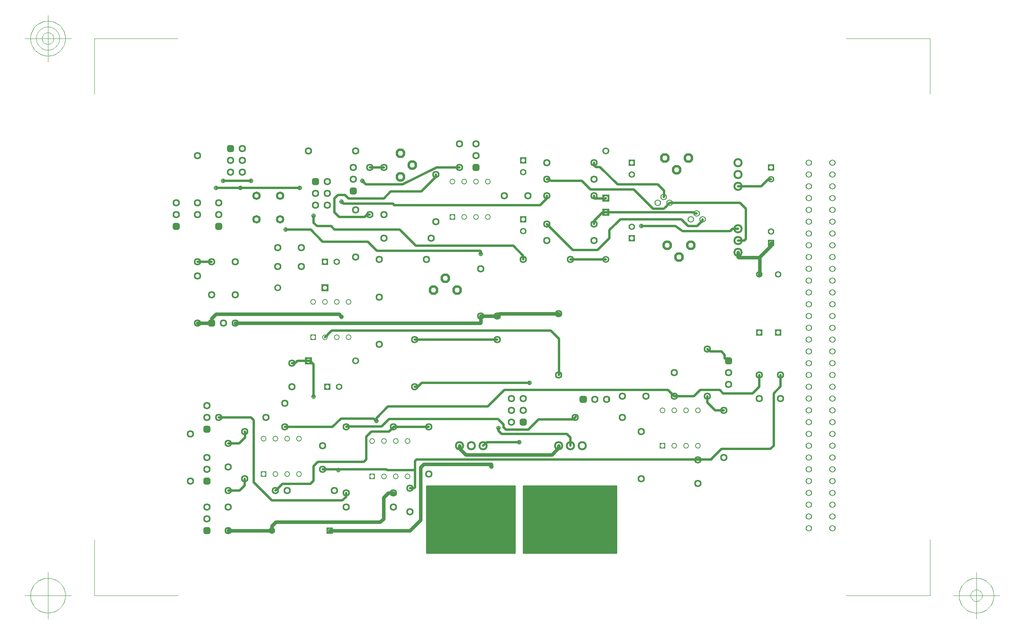
<source format=gbr>
G04 Generated by Ultiboard 10.0 *
%FSLAX25Y25*%
%MOIN*%

%ADD10C,0.02000*%
%ADD11C,0.03000*%
%ADD12C,0.01394*%
%ADD13C,0.01000*%
%ADD14C,0.00394*%
%ADD15C,0.03937X0.02362*%
%ADD16C,0.06334X0.03500*%
%ADD17C,0.05500X0.04000*%
%ADD18C,0.08334X0.04333*%
%ADD19R,0.04900X0.04900X0.03500*%
%ADD20C,0.04900X0.03500*%
%ADD21C,0.05512X0.03150*%
%ADD22R,0.05512X0.05512X0.03150*%
%ADD23C,0.05906X0.03543*%
%ADD24R,0.05906X0.05906X0.03543*%
%ADD25R,0.02083X0.02083X0.03917*%
%ADD26C,0.03917*%
%ADD27C,0.07166X0.03500*%
%ADD28C,0.07834X0.04667*%
%ADD29C,0.05337X0.03937*%


G04 ColorRGB 00FF00 for the following layer *
%LNCopper Top*%
%LPD*%
%FSLAX25Y25*%
%MOIN*%
G54D10*
X502000Y148667D02*
X502000Y154000D01*
X508667Y142000D02*
X502000Y148667D01*
X512430Y159449D02*
X496063Y159449D01*
X504071Y191929D02*
X502000Y194000D01*
X513780Y191929D02*
X504071Y191929D01*
X504874Y100346D02*
X494346Y100346D01*
X513780Y109252D02*
X504874Y100346D01*
X529446Y317995D02*
X470005Y317995D01*
X521288Y293926D02*
X480834Y293926D01*
X505600Y100400D02*
X255609Y100400D01*
X369094Y209646D02*
X183521Y209646D01*
X360236Y315945D02*
X237697Y315945D01*
X259648Y327561D02*
X233526Y327561D01*
X264419Y277412D02*
X221836Y277412D01*
X253126Y283465D02*
X241315Y295276D01*
X255024Y281662D02*
X253222Y283465D01*
X265921Y127921D02*
X236079Y127921D01*
X254126Y91535D02*
X230504Y91535D01*
X250000Y76000D02*
X253354Y76000D01*
X253354Y76000D02*
X254126Y76772D01*
X315813Y145227D02*
X231339Y145227D01*
X272643Y348175D02*
X243720Y333714D01*
X324706Y134624D02*
X232254Y134624D01*
X132819Y65563D02*
X117502Y80880D01*
X117502Y80880D02*
X117502Y133671D01*
X110341Y123659D02*
X110000Y124000D01*
X100402Y74000D02*
X96000Y74000D01*
X99425Y114000D02*
X96000Y114000D01*
X110000Y78283D02*
X105685Y73969D01*
X110000Y84000D02*
X110000Y78283D01*
X105685Y73969D02*
X100433Y73969D01*
X110341Y119010D02*
X105338Y114007D01*
X110341Y123659D02*
X110341Y119010D01*
X105338Y114007D02*
X99433Y114007D01*
X115149Y136024D02*
X88024Y136024D01*
X117502Y133671D02*
X115149Y136024D01*
X236000Y128000D02*
X236000Y127806D01*
X236079Y127921D02*
X236000Y128000D01*
X217314Y124113D02*
X212787Y119587D01*
X232307Y124113D02*
X217314Y124113D01*
X232307Y124113D02*
X236000Y127806D01*
X192721Y65563D02*
X132819Y65563D01*
X210835Y98441D02*
X172042Y98441D01*
X230058Y91981D02*
X176019Y91981D01*
X189065Y91635D02*
X189165Y91535D01*
X189065Y91988D02*
X189065Y91635D01*
X165543Y79724D02*
X141921Y79724D01*
X141921Y79724D02*
X138969Y76772D01*
X138772Y76772D02*
X136000Y74000D01*
X138969Y76772D02*
X138772Y76772D01*
X168249Y94648D02*
X172042Y98441D01*
X168249Y94648D02*
X168249Y82430D01*
X168249Y82430D02*
X165543Y79724D01*
X196000Y68843D02*
X192721Y65563D01*
X196000Y72000D02*
X196000Y68843D01*
X212787Y119587D02*
X212787Y100394D01*
X212787Y100394D02*
X210835Y98441D01*
X230504Y91535D02*
X230058Y91981D01*
X191415Y135124D02*
X184313Y128021D01*
X165352Y184121D02*
X154593Y184121D01*
X184313Y128021D02*
X148880Y128021D01*
X148858Y128000D02*
X144000Y128000D01*
X154593Y184121D02*
X152472Y182000D01*
X152472Y182000D02*
X150000Y182000D01*
X168307Y153543D02*
X168307Y181165D01*
X168307Y181165D02*
X165352Y184121D01*
X183521Y209646D02*
X180118Y206243D01*
X180118Y206243D02*
X180118Y206118D01*
X180118Y206118D02*
X178000Y204000D01*
X221646Y135534D02*
X231339Y145227D01*
X221646Y135534D02*
X221646Y133167D01*
X219153Y135124D02*
X221353Y132924D01*
X221646Y133167D02*
X221353Y132874D01*
X219153Y135124D02*
X191415Y135124D01*
X226048Y128419D02*
X196419Y128419D01*
X196419Y128419D02*
X196000Y128000D01*
X232254Y134624D02*
X226048Y128419D01*
X156496Y330709D02*
X106299Y330709D01*
X81948Y267948D02*
X70052Y267948D01*
X70052Y267948D02*
X70000Y268000D01*
X82000Y268000D02*
X81948Y267948D01*
X106299Y330709D02*
X85630Y330709D01*
X115157Y336614D02*
X91535Y336614D01*
X189926Y306137D02*
X211648Y306137D01*
X186024Y310039D02*
X189926Y306137D01*
X188950Y324750D02*
X186024Y321824D01*
X194882Y324803D02*
X188976Y324803D01*
X214075Y285173D02*
X176018Y285173D01*
X241315Y295276D02*
X186024Y295276D01*
X186024Y321824D02*
X186024Y310039D01*
X165915Y295276D02*
X144685Y295276D01*
X176018Y285173D02*
X165915Y295276D01*
X171260Y298228D02*
X168307Y301181D01*
X183071Y298228D02*
X171260Y298228D01*
X168307Y301181D02*
X168307Y307087D01*
X186024Y295276D02*
X183071Y298228D01*
X237697Y315945D02*
X236220Y315945D01*
X235635Y317298D02*
X236220Y316712D01*
X236220Y315945D02*
X236220Y316712D01*
X214075Y285173D02*
X221836Y277412D01*
X211648Y306137D02*
X213512Y308000D01*
X213512Y308000D02*
X216000Y308000D01*
X227972Y347972D02*
X216028Y347972D01*
X235635Y317298D02*
X193529Y317298D01*
X227815Y321850D02*
X197835Y321850D01*
X243720Y333714D02*
X212546Y333714D01*
X193529Y317298D02*
X191929Y318898D01*
X197835Y321850D02*
X194882Y324803D01*
X212546Y333714D02*
X209646Y336614D01*
X233526Y327561D02*
X227815Y321850D01*
X382956Y121966D02*
X327532Y121966D01*
X376147Y202593D02*
X369094Y209646D01*
X376147Y172147D02*
X376000Y172000D01*
X376147Y172147D02*
X376147Y202593D01*
X468488Y159449D02*
X330035Y159449D01*
X388400Y134396D02*
X358806Y134396D01*
X327532Y121966D02*
X324803Y124695D01*
X324803Y124695D02*
X324803Y126969D01*
X265921Y127921D02*
X266000Y128000D01*
X331085Y125769D02*
X329159Y127695D01*
X350178Y125769D02*
X331085Y125769D01*
X329159Y127695D02*
X329159Y130171D01*
X358806Y134396D02*
X350178Y125769D01*
X342520Y115157D02*
X315157Y115157D01*
X315157Y115157D02*
X312000Y112000D01*
X254126Y98917D02*
X254126Y91535D01*
X254126Y76772D02*
X254126Y91535D01*
X255609Y100400D02*
X254126Y98917D01*
X351331Y165402D02*
X259890Y165402D01*
X315813Y145227D02*
X330035Y159449D01*
X324000Y202193D02*
X254000Y202193D01*
X259890Y165402D02*
X256488Y162000D01*
X256488Y162000D02*
X254000Y162000D01*
X254000Y202193D02*
X254000Y202000D01*
X329159Y130171D02*
X324706Y134624D01*
X351331Y165402D02*
X351378Y165354D01*
X324000Y202000D02*
X324000Y202193D01*
X386008Y112008D02*
X386008Y118913D01*
X386008Y118913D02*
X382956Y121966D01*
X493600Y100400D02*
X494000Y100000D01*
X494346Y100346D02*
X494000Y100000D01*
X390204Y135996D02*
X390000Y135996D01*
X390400Y136796D02*
X390400Y136396D01*
X388400Y134396D02*
X390400Y136396D01*
X418641Y151241D02*
X418590Y151292D01*
X474046Y154046D02*
X474000Y154000D01*
X490660Y154046D02*
X474046Y154046D01*
X473937Y154000D02*
X474000Y154000D01*
X473937Y154000D02*
X468488Y159449D01*
X496063Y159449D02*
X490660Y154046D01*
X395669Y336614D02*
X369094Y336614D01*
X366000Y300000D02*
X388000Y278000D01*
X337470Y281662D02*
X255024Y281662D01*
X309654Y277359D02*
X264472Y277359D01*
X309654Y277359D02*
X310039Y276973D01*
X310039Y274606D02*
X310039Y276973D01*
X289620Y348175D02*
X272643Y348175D01*
X272001Y339914D02*
X259648Y327561D01*
X272001Y341999D02*
X272001Y339914D01*
X292000Y348000D02*
X289795Y348000D01*
X289620Y348175D02*
X289770Y348025D01*
X365939Y321648D02*
X360236Y315945D01*
X346000Y270000D02*
X346000Y273131D01*
X346000Y273131D02*
X337470Y281662D01*
X366000Y324000D02*
X365939Y323939D01*
X365939Y323939D02*
X365939Y321648D01*
X367709Y338000D02*
X366000Y338000D01*
X369094Y336614D02*
X367709Y338000D01*
X483499Y309987D02*
X416013Y309987D01*
X479823Y304134D02*
X428150Y304134D01*
X439589Y329459D02*
X456055Y312992D01*
X439589Y329459D02*
X402825Y329459D01*
X459939Y333661D02*
X425739Y333661D01*
X415999Y270001D02*
X386001Y270001D01*
X413330Y309984D02*
X406000Y302654D01*
X388000Y278000D02*
X409000Y278000D01*
X409000Y278000D02*
X419000Y288000D01*
X406000Y302654D02*
X406000Y300000D01*
X425197Y301181D02*
X425197Y301128D01*
X425197Y301128D02*
X419344Y295276D01*
X428150Y304134D02*
X425197Y301181D01*
X419000Y288000D02*
X419000Y294966D01*
X415984Y309984D02*
X413330Y309984D01*
X407480Y348425D02*
X406000Y349906D01*
X416000Y321850D02*
X406323Y321850D01*
X425739Y333661D02*
X410975Y348425D01*
X410975Y348425D02*
X407480Y348425D01*
X402825Y329459D02*
X395669Y336614D01*
X406030Y322143D02*
X406030Y323420D01*
X406030Y322143D02*
X406323Y321850D01*
X406000Y323450D02*
X406000Y324000D01*
X406000Y349906D02*
X406000Y352000D01*
X416000Y322000D02*
X416000Y321850D01*
X470000Y318000D02*
X466535Y314535D01*
X466535Y314469D02*
X465059Y312992D01*
X465059Y312992D02*
X456055Y312992D01*
X475027Y298281D02*
X445866Y298281D01*
X445866Y298281D02*
X445866Y298228D01*
X491197Y309000D02*
X490157Y310039D01*
X493110Y298228D02*
X485728Y298228D01*
X490157Y310039D02*
X485728Y310039D01*
X485728Y298228D02*
X479823Y304134D01*
X480834Y293926D02*
X475027Y298281D01*
X483605Y310039D02*
X483499Y309987D01*
X485728Y310039D02*
X483605Y310039D01*
X497813Y302931D02*
X493110Y298228D01*
X498000Y304000D02*
X497813Y303813D01*
X497813Y303813D02*
X497813Y302931D01*
X493000Y309000D02*
X491197Y309000D01*
X465083Y328517D02*
X459939Y333661D01*
X465083Y323083D02*
X465083Y328517D01*
X465083Y323083D02*
X465000Y323000D01*
X558071Y156496D02*
X558071Y112205D01*
X555118Y109252D02*
X513780Y109252D01*
X558071Y112205D02*
X555118Y109252D01*
X516732Y188976D02*
X513780Y191929D01*
X516732Y186024D02*
X516732Y188976D01*
X540354Y156496D02*
X515382Y156496D01*
X515382Y156496D02*
X512430Y159449D01*
X508667Y142000D02*
X516000Y142000D01*
X517976Y186024D02*
X516732Y186024D01*
X520000Y184000D02*
X517976Y186024D01*
X545810Y161952D02*
X540354Y156496D01*
X563976Y162402D02*
X558071Y156496D01*
X545810Y171810D02*
X546000Y172000D01*
X545810Y171810D02*
X545810Y161952D01*
X564060Y172060D02*
X564000Y172000D01*
X563976Y172000D02*
X563976Y162402D01*
X564000Y172000D02*
X563976Y172000D01*
X534449Y312992D02*
X529446Y317995D01*
X534449Y287349D02*
X534449Y312992D01*
X533100Y286000D02*
X534449Y287349D01*
X523362Y296000D02*
X521288Y293926D01*
X533100Y286000D02*
X528000Y286000D01*
X528000Y296000D02*
X523362Y296000D01*
X547613Y332061D02*
X529896Y332061D01*
X529896Y332061D02*
X529835Y332000D01*
X529835Y332000D02*
X528000Y332000D01*
X553709Y338157D02*
X547613Y332061D01*
X556000Y338157D02*
X553709Y338157D01*
G54D11*
X309592Y215900D02*
X102100Y215900D01*
X249826Y39991D02*
X182009Y39991D01*
X258929Y49094D02*
X249826Y39991D01*
X189779Y223607D02*
X85557Y223607D01*
X132737Y40050D02*
X96050Y40050D01*
X85557Y223607D02*
X82000Y220050D01*
X82000Y220050D02*
X82000Y216000D01*
X81948Y215948D02*
X70000Y215948D01*
X70000Y215948D02*
X70000Y216000D01*
X82000Y216000D02*
X81948Y215948D01*
X102100Y215900D02*
X102000Y216000D01*
X224696Y47341D02*
X136113Y47341D01*
X136113Y47341D02*
X132787Y44016D01*
X132787Y44016D02*
X132787Y40000D01*
X227551Y67913D02*
X227551Y50197D01*
X227551Y50197D02*
X224696Y47341D01*
X235934Y72066D02*
X231704Y72066D01*
X235934Y72066D02*
X236000Y72000D01*
X231704Y72066D02*
X227551Y67913D01*
X189779Y223607D02*
X191929Y221457D01*
X376000Y224000D02*
X372457Y224000D01*
X376047Y111953D02*
X376000Y112000D01*
X376047Y111953D02*
X376047Y110299D01*
X376047Y110299D02*
X370094Y104346D01*
X318898Y96241D02*
X261472Y96241D01*
X370094Y104346D02*
X297228Y104346D01*
X258929Y93698D02*
X258929Y49094D01*
X261472Y96241D02*
X258929Y93698D01*
X297228Y104346D02*
X292026Y109549D01*
X292026Y109549D02*
X292026Y111974D01*
X318605Y96241D02*
X318898Y95948D01*
X318898Y94488D02*
X318898Y95948D01*
X318605Y96241D02*
X318898Y96241D01*
X323900Y222100D02*
X310100Y222100D01*
X310100Y222100D02*
X310000Y222000D01*
X310000Y222000D02*
X310000Y216308D01*
X309592Y215900D02*
X310000Y216308D01*
X372447Y224009D02*
X326009Y224009D01*
X323743Y222257D02*
X324000Y222000D01*
X326009Y224009D02*
X324000Y222000D01*
X543307Y271654D02*
X528543Y271654D01*
X528000Y272197D02*
X528000Y276000D01*
X528543Y271654D02*
X528000Y272197D01*
X556000Y281850D02*
X556000Y284000D01*
X556000Y281850D02*
X545804Y271654D01*
X546107Y257320D02*
X546107Y271654D01*
X546107Y257320D02*
X546000Y257213D01*
X545804Y271654D02*
X543307Y271654D01*
G54D12*
X96050Y40050D02*
X96000Y40000D01*
X132737Y40050D02*
X132787Y40000D01*
G54D13*
X385500Y78000D02*
X385500Y49500D01*
X385500Y49500D02*
X346000Y49500D01*
X346000Y49500D02*
X346000Y78000D01*
X346000Y78000D02*
X385500Y78000D01*
G36*
X385500Y78000D02*
X385500Y49500D01*
X346000Y49500D01*
X346000Y78000D01*
X385500Y78000D01*
G37*
X385500Y78000D02*
X385500Y49500D01*
X385500Y49500D02*
X346000Y49500D01*
X346000Y49500D02*
X346000Y78000D01*
X346000Y78000D02*
X385500Y78000D01*
X385500Y49500D02*
X385500Y21000D01*
X385500Y21000D02*
X346000Y21000D01*
X346000Y21000D02*
X346000Y49500D01*
X346000Y49500D02*
X385500Y49500D01*
G36*
X385500Y49500D02*
X385500Y21000D01*
X346000Y21000D01*
X346000Y49500D01*
X385500Y49500D01*
G37*
X385500Y49500D02*
X385500Y21000D01*
X385500Y21000D02*
X346000Y21000D01*
X346000Y21000D02*
X346000Y49500D01*
X346000Y49500D02*
X385500Y49500D01*
X385500Y49500D02*
X385500Y78000D01*
X385500Y78000D02*
X425000Y78000D01*
X425000Y78000D02*
X425000Y49500D01*
X425000Y49500D02*
X385500Y49500D01*
G36*
X385500Y49500D02*
X385500Y78000D01*
X425000Y78000D01*
X425000Y49500D01*
X385500Y49500D01*
G37*
X385500Y49500D02*
X385500Y78000D01*
X385500Y78000D02*
X425000Y78000D01*
X425000Y78000D02*
X425000Y49500D01*
X425000Y49500D02*
X385500Y49500D01*
X385500Y21000D02*
X385500Y49500D01*
X385500Y49500D02*
X425000Y49500D01*
X425000Y49500D02*
X425000Y21000D01*
X425000Y21000D02*
X385500Y21000D01*
G36*
X385500Y21000D02*
X385500Y49500D01*
X425000Y49500D01*
X425000Y21000D01*
X385500Y21000D01*
G37*
X385500Y21000D02*
X385500Y49500D01*
X385500Y49500D02*
X425000Y49500D01*
X425000Y49500D02*
X425000Y21000D01*
X425000Y21000D02*
X385500Y21000D01*
X301500Y49500D02*
X301500Y78000D01*
X301500Y78000D02*
X339000Y78000D01*
X339000Y78000D02*
X339000Y49500D01*
X339000Y49500D02*
X301500Y49500D01*
G36*
X301500Y49500D02*
X301500Y78000D01*
X339000Y78000D01*
X339000Y49500D01*
X301500Y49500D01*
G37*
X301500Y49500D02*
X301500Y78000D01*
X301500Y78000D02*
X339000Y78000D01*
X339000Y78000D02*
X339000Y49500D01*
X339000Y49500D02*
X301500Y49500D01*
X301500Y21000D02*
X301500Y49500D01*
X301500Y49500D02*
X339000Y49500D01*
X339000Y49500D02*
X339000Y21000D01*
X339000Y21000D02*
X301500Y21000D01*
G36*
X301500Y21000D02*
X301500Y49500D01*
X339000Y49500D01*
X339000Y21000D01*
X301500Y21000D01*
G37*
X301500Y21000D02*
X301500Y49500D01*
X301500Y49500D02*
X339000Y49500D01*
X339000Y49500D02*
X339000Y21000D01*
X339000Y21000D02*
X301500Y21000D01*
X301500Y78000D02*
X301500Y49500D01*
X301500Y49500D02*
X264000Y49500D01*
X264000Y49500D02*
X264000Y78000D01*
X264000Y78000D02*
X301500Y78000D01*
G36*
X301500Y78000D02*
X301500Y49500D01*
X264000Y49500D01*
X264000Y78000D01*
X301500Y78000D01*
G37*
X301500Y78000D02*
X301500Y49500D01*
X301500Y49500D02*
X264000Y49500D01*
X264000Y49500D02*
X264000Y78000D01*
X264000Y78000D02*
X301500Y78000D01*
X301500Y49500D02*
X301500Y21000D01*
X301500Y21000D02*
X264000Y21000D01*
X264000Y21000D02*
X264000Y49500D01*
X264000Y49500D02*
X301500Y49500D01*
G36*
X301500Y49500D02*
X301500Y21000D01*
X264000Y21000D01*
X264000Y49500D01*
X301500Y49500D01*
G37*
X301500Y49500D02*
X301500Y21000D01*
X301500Y21000D02*
X264000Y21000D01*
X264000Y21000D02*
X264000Y49500D01*
X264000Y49500D02*
X301500Y49500D01*
G54D14*
X-17512Y-14937D02*
X-17512Y32308D01*
X-17512Y-14937D02*
X53291Y-14937D01*
X690512Y-14937D02*
X619709Y-14937D01*
X690512Y-14937D02*
X690512Y32308D01*
X690512Y457512D02*
X690512Y410267D01*
X690512Y457512D02*
X619709Y457512D01*
X-17512Y457512D02*
X53291Y457512D01*
X-17512Y457512D02*
X-17512Y410267D01*
X-37197Y-14937D02*
X-76567Y-14937D01*
X-56882Y-34622D02*
X-56882Y4748D01*
X-42118Y-14937D02*
X-42189Y-13490D01*
X-42189Y-13490D02*
X-42402Y-12057D01*
X-42402Y-12057D02*
X-42754Y-10651D01*
X-42754Y-10651D02*
X-43242Y-9287D01*
X-43242Y-9287D02*
X-43861Y-7977D01*
X-43861Y-7977D02*
X-44606Y-6735D01*
X-44606Y-6735D02*
X-45469Y-5571D01*
X-45469Y-5571D02*
X-46442Y-4497D01*
X-46442Y-4497D02*
X-47516Y-3524D01*
X-47516Y-3524D02*
X-48680Y-2661D01*
X-48680Y-2661D02*
X-49922Y-1917D01*
X-49922Y-1917D02*
X-51232Y-1297D01*
X-51232Y-1297D02*
X-52596Y-809D01*
X-52596Y-809D02*
X-54002Y-457D01*
X-54002Y-457D02*
X-55435Y-244D01*
X-55435Y-244D02*
X-56882Y-173D01*
X-56882Y-173D02*
X-58329Y-244D01*
X-58329Y-244D02*
X-59762Y-457D01*
X-59762Y-457D02*
X-61168Y-809D01*
X-61168Y-809D02*
X-62532Y-1297D01*
X-62532Y-1297D02*
X-63841Y-1917D01*
X-63841Y-1917D02*
X-65084Y-2661D01*
X-65084Y-2661D02*
X-66248Y-3524D01*
X-66248Y-3524D02*
X-67321Y-4497D01*
X-67321Y-4497D02*
X-68294Y-5571D01*
X-68294Y-5571D02*
X-69158Y-6735D01*
X-69158Y-6735D02*
X-69902Y-7977D01*
X-69902Y-7977D02*
X-70522Y-9287D01*
X-70522Y-9287D02*
X-71010Y-10651D01*
X-71010Y-10651D02*
X-71362Y-12057D01*
X-71362Y-12057D02*
X-71575Y-13490D01*
X-71575Y-13490D02*
X-71646Y-14937D01*
X-71646Y-14937D02*
X-71575Y-16384D01*
X-71575Y-16384D02*
X-71362Y-17817D01*
X-71362Y-17817D02*
X-71010Y-19223D01*
X-71010Y-19223D02*
X-70522Y-20587D01*
X-70522Y-20587D02*
X-69902Y-21897D01*
X-69902Y-21897D02*
X-69158Y-23139D01*
X-69158Y-23139D02*
X-68294Y-24303D01*
X-68294Y-24303D02*
X-67321Y-25377D01*
X-67321Y-25377D02*
X-66248Y-26350D01*
X-66248Y-26350D02*
X-65084Y-27213D01*
X-65084Y-27213D02*
X-63841Y-27957D01*
X-63841Y-27957D02*
X-62532Y-28577D01*
X-62532Y-28577D02*
X-61168Y-29065D01*
X-61168Y-29065D02*
X-59762Y-29417D01*
X-59762Y-29417D02*
X-58329Y-29630D01*
X-58329Y-29630D02*
X-56882Y-29701D01*
X-56882Y-29701D02*
X-55435Y-29630D01*
X-55435Y-29630D02*
X-54002Y-29417D01*
X-54002Y-29417D02*
X-52596Y-29065D01*
X-52596Y-29065D02*
X-51232Y-28577D01*
X-51232Y-28577D02*
X-49922Y-27957D01*
X-49922Y-27957D02*
X-48680Y-27213D01*
X-48680Y-27213D02*
X-47516Y-26350D01*
X-47516Y-26350D02*
X-46442Y-25377D01*
X-46442Y-25377D02*
X-45469Y-24303D01*
X-45469Y-24303D02*
X-44606Y-23139D01*
X-44606Y-23139D02*
X-43861Y-21897D01*
X-43861Y-21897D02*
X-43242Y-20587D01*
X-43242Y-20587D02*
X-42754Y-19223D01*
X-42754Y-19223D02*
X-42402Y-17817D01*
X-42402Y-17817D02*
X-42189Y-16384D01*
X-42189Y-16384D02*
X-42118Y-14937D01*
X710197Y-14937D02*
X749567Y-14937D01*
X729882Y-34622D02*
X729882Y4748D01*
X744646Y-14937D02*
X744575Y-13490D01*
X744575Y-13490D02*
X744362Y-12057D01*
X744362Y-12057D02*
X744010Y-10651D01*
X744010Y-10651D02*
X743522Y-9287D01*
X743522Y-9287D02*
X742902Y-7977D01*
X742902Y-7977D02*
X742158Y-6735D01*
X742158Y-6735D02*
X741294Y-5571D01*
X741294Y-5571D02*
X740321Y-4497D01*
X740321Y-4497D02*
X739248Y-3524D01*
X739248Y-3524D02*
X738084Y-2661D01*
X738084Y-2661D02*
X736841Y-1917D01*
X736841Y-1917D02*
X735532Y-1297D01*
X735532Y-1297D02*
X734168Y-809D01*
X734168Y-809D02*
X732762Y-457D01*
X732762Y-457D02*
X731329Y-244D01*
X731329Y-244D02*
X729882Y-173D01*
X729882Y-173D02*
X728435Y-244D01*
X728435Y-244D02*
X727002Y-457D01*
X727002Y-457D02*
X725596Y-809D01*
X725596Y-809D02*
X724232Y-1297D01*
X724232Y-1297D02*
X722922Y-1917D01*
X722922Y-1917D02*
X721680Y-2661D01*
X721680Y-2661D02*
X720516Y-3524D01*
X720516Y-3524D02*
X719442Y-4497D01*
X719442Y-4497D02*
X718469Y-5571D01*
X718469Y-5571D02*
X717606Y-6735D01*
X717606Y-6735D02*
X716861Y-7977D01*
X716861Y-7977D02*
X716242Y-9287D01*
X716242Y-9287D02*
X715754Y-10651D01*
X715754Y-10651D02*
X715402Y-12057D01*
X715402Y-12057D02*
X715189Y-13490D01*
X715189Y-13490D02*
X715118Y-14937D01*
X715118Y-14937D02*
X715189Y-16384D01*
X715189Y-16384D02*
X715402Y-17817D01*
X715402Y-17817D02*
X715754Y-19223D01*
X715754Y-19223D02*
X716242Y-20587D01*
X716242Y-20587D02*
X716861Y-21897D01*
X716861Y-21897D02*
X717606Y-23139D01*
X717606Y-23139D02*
X718469Y-24303D01*
X718469Y-24303D02*
X719442Y-25377D01*
X719442Y-25377D02*
X720516Y-26350D01*
X720516Y-26350D02*
X721680Y-27213D01*
X721680Y-27213D02*
X722922Y-27957D01*
X722922Y-27957D02*
X724232Y-28577D01*
X724232Y-28577D02*
X725596Y-29065D01*
X725596Y-29065D02*
X727002Y-29417D01*
X727002Y-29417D02*
X728435Y-29630D01*
X728435Y-29630D02*
X729882Y-29701D01*
X729882Y-29701D02*
X731329Y-29630D01*
X731329Y-29630D02*
X732762Y-29417D01*
X732762Y-29417D02*
X734168Y-29065D01*
X734168Y-29065D02*
X735532Y-28577D01*
X735532Y-28577D02*
X736841Y-27957D01*
X736841Y-27957D02*
X738084Y-27213D01*
X738084Y-27213D02*
X739248Y-26350D01*
X739248Y-26350D02*
X740321Y-25377D01*
X740321Y-25377D02*
X741294Y-24303D01*
X741294Y-24303D02*
X742158Y-23139D01*
X742158Y-23139D02*
X742902Y-21897D01*
X742902Y-21897D02*
X743522Y-20587D01*
X743522Y-20587D02*
X744010Y-19223D01*
X744010Y-19223D02*
X744362Y-17817D01*
X744362Y-17817D02*
X744575Y-16384D01*
X744575Y-16384D02*
X744646Y-14937D01*
X734803Y-14937D02*
X734779Y-14455D01*
X734779Y-14455D02*
X734709Y-13977D01*
X734709Y-13977D02*
X734591Y-13508D01*
X734591Y-13508D02*
X734429Y-13054D01*
X734429Y-13054D02*
X734222Y-12617D01*
X734222Y-12617D02*
X733974Y-12203D01*
X733974Y-12203D02*
X733686Y-11815D01*
X733686Y-11815D02*
X733362Y-11457D01*
X733362Y-11457D02*
X733004Y-11133D01*
X733004Y-11133D02*
X732616Y-10845D01*
X732616Y-10845D02*
X732202Y-10597D01*
X732202Y-10597D02*
X731765Y-10390D01*
X731765Y-10390D02*
X731310Y-10228D01*
X731310Y-10228D02*
X730842Y-10110D01*
X730842Y-10110D02*
X730364Y-10039D01*
X730364Y-10039D02*
X729882Y-10016D01*
X729882Y-10016D02*
X729400Y-10039D01*
X729400Y-10039D02*
X728922Y-10110D01*
X728922Y-10110D02*
X728453Y-10228D01*
X728453Y-10228D02*
X727999Y-10390D01*
X727999Y-10390D02*
X727562Y-10597D01*
X727562Y-10597D02*
X727148Y-10845D01*
X727148Y-10845D02*
X726760Y-11133D01*
X726760Y-11133D02*
X726402Y-11457D01*
X726402Y-11457D02*
X726078Y-11815D01*
X726078Y-11815D02*
X725790Y-12203D01*
X725790Y-12203D02*
X725542Y-12617D01*
X725542Y-12617D02*
X725335Y-13054D01*
X725335Y-13054D02*
X725173Y-13508D01*
X725173Y-13508D02*
X725055Y-13977D01*
X725055Y-13977D02*
X724984Y-14455D01*
X724984Y-14455D02*
X724961Y-14937D01*
X724961Y-14937D02*
X724984Y-15419D01*
X724984Y-15419D02*
X725055Y-15897D01*
X725055Y-15897D02*
X725173Y-16366D01*
X725173Y-16366D02*
X725335Y-16820D01*
X725335Y-16820D02*
X725542Y-17257D01*
X725542Y-17257D02*
X725790Y-17671D01*
X725790Y-17671D02*
X726078Y-18059D01*
X726078Y-18059D02*
X726402Y-18417D01*
X726402Y-18417D02*
X726760Y-18741D01*
X726760Y-18741D02*
X727148Y-19029D01*
X727148Y-19029D02*
X727562Y-19277D01*
X727562Y-19277D02*
X727999Y-19484D01*
X727999Y-19484D02*
X728453Y-19646D01*
X728453Y-19646D02*
X728922Y-19764D01*
X728922Y-19764D02*
X729400Y-19835D01*
X729400Y-19835D02*
X729882Y-19858D01*
X729882Y-19858D02*
X730364Y-19835D01*
X730364Y-19835D02*
X730842Y-19764D01*
X730842Y-19764D02*
X731310Y-19646D01*
X731310Y-19646D02*
X731765Y-19484D01*
X731765Y-19484D02*
X732202Y-19277D01*
X732202Y-19277D02*
X732616Y-19029D01*
X732616Y-19029D02*
X733004Y-18741D01*
X733004Y-18741D02*
X733362Y-18417D01*
X733362Y-18417D02*
X733686Y-18059D01*
X733686Y-18059D02*
X733974Y-17671D01*
X733974Y-17671D02*
X734222Y-17257D01*
X734222Y-17257D02*
X734429Y-16820D01*
X734429Y-16820D02*
X734591Y-16366D01*
X734591Y-16366D02*
X734709Y-15897D01*
X734709Y-15897D02*
X734779Y-15419D01*
X734779Y-15419D02*
X734803Y-14937D01*
X-37197Y457512D02*
X-76567Y457512D01*
X-56882Y437827D02*
X-56882Y477197D01*
X-42118Y457512D02*
X-42189Y458959D01*
X-42189Y458959D02*
X-42402Y460392D01*
X-42402Y460392D02*
X-42754Y461798D01*
X-42754Y461798D02*
X-43242Y463162D01*
X-43242Y463162D02*
X-43861Y464471D01*
X-43861Y464471D02*
X-44606Y465714D01*
X-44606Y465714D02*
X-45469Y466878D01*
X-45469Y466878D02*
X-46442Y467951D01*
X-46442Y467951D02*
X-47516Y468924D01*
X-47516Y468924D02*
X-48680Y469787D01*
X-48680Y469787D02*
X-49922Y470532D01*
X-49922Y470532D02*
X-51232Y471152D01*
X-51232Y471152D02*
X-52596Y471640D01*
X-52596Y471640D02*
X-54002Y471992D01*
X-54002Y471992D02*
X-55435Y472205D01*
X-55435Y472205D02*
X-56882Y472276D01*
X-56882Y472276D02*
X-58329Y472205D01*
X-58329Y472205D02*
X-59762Y471992D01*
X-59762Y471992D02*
X-61168Y471640D01*
X-61168Y471640D02*
X-62532Y471152D01*
X-62532Y471152D02*
X-63841Y470532D01*
X-63841Y470532D02*
X-65084Y469787D01*
X-65084Y469787D02*
X-66248Y468924D01*
X-66248Y468924D02*
X-67321Y467951D01*
X-67321Y467951D02*
X-68294Y466878D01*
X-68294Y466878D02*
X-69158Y465714D01*
X-69158Y465714D02*
X-69902Y464471D01*
X-69902Y464471D02*
X-70522Y463162D01*
X-70522Y463162D02*
X-71010Y461798D01*
X-71010Y461798D02*
X-71362Y460392D01*
X-71362Y460392D02*
X-71575Y458959D01*
X-71575Y458959D02*
X-71646Y457512D01*
X-71646Y457512D02*
X-71575Y456065D01*
X-71575Y456065D02*
X-71362Y454632D01*
X-71362Y454632D02*
X-71010Y453226D01*
X-71010Y453226D02*
X-70522Y451862D01*
X-70522Y451862D02*
X-69902Y450552D01*
X-69902Y450552D02*
X-69158Y449310D01*
X-69158Y449310D02*
X-68294Y448146D01*
X-68294Y448146D02*
X-67321Y447072D01*
X-67321Y447072D02*
X-66248Y446099D01*
X-66248Y446099D02*
X-65084Y445236D01*
X-65084Y445236D02*
X-63841Y444491D01*
X-63841Y444491D02*
X-62532Y443872D01*
X-62532Y443872D02*
X-61168Y443384D01*
X-61168Y443384D02*
X-59762Y443032D01*
X-59762Y443032D02*
X-58329Y442819D01*
X-58329Y442819D02*
X-56882Y442748D01*
X-56882Y442748D02*
X-55435Y442819D01*
X-55435Y442819D02*
X-54002Y443032D01*
X-54002Y443032D02*
X-52596Y443384D01*
X-52596Y443384D02*
X-51232Y443872D01*
X-51232Y443872D02*
X-49922Y444491D01*
X-49922Y444491D02*
X-48680Y445236D01*
X-48680Y445236D02*
X-47516Y446099D01*
X-47516Y446099D02*
X-46442Y447072D01*
X-46442Y447072D02*
X-45469Y448146D01*
X-45469Y448146D02*
X-44606Y449310D01*
X-44606Y449310D02*
X-43861Y450552D01*
X-43861Y450552D02*
X-43242Y451862D01*
X-43242Y451862D02*
X-42754Y453226D01*
X-42754Y453226D02*
X-42402Y454632D01*
X-42402Y454632D02*
X-42189Y456065D01*
X-42189Y456065D02*
X-42118Y457512D01*
X-47039Y457512D02*
X-47087Y458477D01*
X-47087Y458477D02*
X-47228Y459432D01*
X-47228Y459432D02*
X-47463Y460369D01*
X-47463Y460369D02*
X-47789Y461278D01*
X-47789Y461278D02*
X-48202Y462152D01*
X-48202Y462152D02*
X-48698Y462980D01*
X-48698Y462980D02*
X-49274Y463756D01*
X-49274Y463756D02*
X-49922Y464472D01*
X-49922Y464472D02*
X-50638Y465120D01*
X-50638Y465120D02*
X-51414Y465696D01*
X-51414Y465696D02*
X-52242Y466192D01*
X-52242Y466192D02*
X-53115Y466605D01*
X-53115Y466605D02*
X-54025Y466931D01*
X-54025Y466931D02*
X-54962Y467165D01*
X-54962Y467165D02*
X-55917Y467307D01*
X-55917Y467307D02*
X-56882Y467354D01*
X-56882Y467354D02*
X-57847Y467307D01*
X-57847Y467307D02*
X-58802Y467165D01*
X-58802Y467165D02*
X-59739Y466931D01*
X-59739Y466931D02*
X-60648Y466605D01*
X-60648Y466605D02*
X-61522Y466192D01*
X-61522Y466192D02*
X-62350Y465696D01*
X-62350Y465696D02*
X-63126Y465120D01*
X-63126Y465120D02*
X-63842Y464472D01*
X-63842Y464472D02*
X-64490Y463756D01*
X-64490Y463756D02*
X-65066Y462980D01*
X-65066Y462980D02*
X-65562Y462152D01*
X-65562Y462152D02*
X-65975Y461278D01*
X-65975Y461278D02*
X-66301Y460369D01*
X-66301Y460369D02*
X-66535Y459432D01*
X-66535Y459432D02*
X-66677Y458477D01*
X-66677Y458477D02*
X-66724Y457512D01*
X-66724Y457512D02*
X-66677Y456547D01*
X-66677Y456547D02*
X-66535Y455592D01*
X-66535Y455592D02*
X-66301Y454655D01*
X-66301Y454655D02*
X-65975Y453745D01*
X-65975Y453745D02*
X-65562Y452872D01*
X-65562Y452872D02*
X-65066Y452044D01*
X-65066Y452044D02*
X-64490Y451268D01*
X-64490Y451268D02*
X-63842Y450552D01*
X-63842Y450552D02*
X-63126Y449903D01*
X-63126Y449903D02*
X-62350Y449328D01*
X-62350Y449328D02*
X-61522Y448831D01*
X-61522Y448831D02*
X-60648Y448419D01*
X-60648Y448419D02*
X-59739Y448093D01*
X-59739Y448093D02*
X-58802Y447858D01*
X-58802Y447858D02*
X-57847Y447717D01*
X-57847Y447717D02*
X-56882Y447669D01*
X-56882Y447669D02*
X-55917Y447717D01*
X-55917Y447717D02*
X-54962Y447858D01*
X-54962Y447858D02*
X-54025Y448093D01*
X-54025Y448093D02*
X-53115Y448419D01*
X-53115Y448419D02*
X-52242Y448831D01*
X-52242Y448831D02*
X-51414Y449328D01*
X-51414Y449328D02*
X-50638Y449903D01*
X-50638Y449903D02*
X-49922Y450552D01*
X-49922Y450552D02*
X-49274Y451268D01*
X-49274Y451268D02*
X-48698Y452044D01*
X-48698Y452044D02*
X-48202Y452872D01*
X-48202Y452872D02*
X-47789Y453745D01*
X-47789Y453745D02*
X-47463Y454655D01*
X-47463Y454655D02*
X-47228Y455592D01*
X-47228Y455592D02*
X-47087Y456547D01*
X-47087Y456547D02*
X-47039Y457512D01*
X-51961Y457512D02*
X-51984Y457994D01*
X-51984Y457994D02*
X-52055Y458472D01*
X-52055Y458472D02*
X-52173Y458940D01*
X-52173Y458940D02*
X-52335Y459395D01*
X-52335Y459395D02*
X-52542Y459832D01*
X-52542Y459832D02*
X-52790Y460246D01*
X-52790Y460246D02*
X-53078Y460634D01*
X-53078Y460634D02*
X-53402Y460992D01*
X-53402Y460992D02*
X-53760Y461316D01*
X-53760Y461316D02*
X-54148Y461604D01*
X-54148Y461604D02*
X-54562Y461852D01*
X-54562Y461852D02*
X-54999Y462058D01*
X-54999Y462058D02*
X-55453Y462221D01*
X-55453Y462221D02*
X-55922Y462339D01*
X-55922Y462339D02*
X-56400Y462409D01*
X-56400Y462409D02*
X-56882Y462433D01*
X-56882Y462433D02*
X-57364Y462409D01*
X-57364Y462409D02*
X-57842Y462339D01*
X-57842Y462339D02*
X-58310Y462221D01*
X-58310Y462221D02*
X-58765Y462058D01*
X-58765Y462058D02*
X-59202Y461852D01*
X-59202Y461852D02*
X-59616Y461604D01*
X-59616Y461604D02*
X-60004Y461316D01*
X-60004Y461316D02*
X-60362Y460992D01*
X-60362Y460992D02*
X-60686Y460634D01*
X-60686Y460634D02*
X-60974Y460246D01*
X-60974Y460246D02*
X-61222Y459832D01*
X-61222Y459832D02*
X-61429Y459395D01*
X-61429Y459395D02*
X-61591Y458940D01*
X-61591Y458940D02*
X-61709Y458472D01*
X-61709Y458472D02*
X-61779Y457994D01*
X-61779Y457994D02*
X-61803Y457512D01*
X-61803Y457512D02*
X-61779Y457029D01*
X-61779Y457029D02*
X-61709Y456552D01*
X-61709Y456552D02*
X-61591Y456083D01*
X-61591Y456083D02*
X-61429Y455629D01*
X-61429Y455629D02*
X-61222Y455192D01*
X-61222Y455192D02*
X-60974Y454778D01*
X-60974Y454778D02*
X-60686Y454390D01*
X-60686Y454390D02*
X-60362Y454032D01*
X-60362Y454032D02*
X-60004Y453708D01*
X-60004Y453708D02*
X-59616Y453420D01*
X-59616Y453420D02*
X-59202Y453172D01*
X-59202Y453172D02*
X-58765Y452965D01*
X-58765Y452965D02*
X-58310Y452802D01*
X-58310Y452802D02*
X-57842Y452685D01*
X-57842Y452685D02*
X-57364Y452614D01*
X-57364Y452614D02*
X-56882Y452591D01*
X-56882Y452591D02*
X-56400Y452614D01*
X-56400Y452614D02*
X-55922Y452685D01*
X-55922Y452685D02*
X-55453Y452802D01*
X-55453Y452802D02*
X-54999Y452965D01*
X-54999Y452965D02*
X-54562Y453172D01*
X-54562Y453172D02*
X-54148Y453420D01*
X-54148Y453420D02*
X-53760Y453708D01*
X-53760Y453708D02*
X-53402Y454032D01*
X-53402Y454032D02*
X-53078Y454390D01*
X-53078Y454390D02*
X-52790Y454778D01*
X-52790Y454778D02*
X-52542Y455192D01*
X-52542Y455192D02*
X-52335Y455629D01*
X-52335Y455629D02*
X-52173Y456083D01*
X-52173Y456083D02*
X-52055Y456552D01*
X-52055Y456552D02*
X-51984Y457029D01*
X-51984Y457029D02*
X-51961Y457512D01*
G54D15*
X96500Y40000D03*
X189165Y91535D03*
X191929Y221457D03*
X168307Y153543D03*
X221646Y132874D03*
X91535Y336614D03*
X85630Y330709D03*
X106299Y330709D03*
X115157Y336614D03*
X191929Y318898D03*
X144685Y295276D03*
X168307Y307087D03*
X156496Y330709D03*
X209646Y336614D03*
X324803Y126969D03*
X318898Y94488D03*
X342520Y115157D03*
X351378Y165354D03*
X310039Y274606D03*
X445866Y298228D03*
G54D16*
X494000Y80000D03*
X494000Y100000D03*
X502000Y154000D03*
X502000Y194000D03*
X254000Y162000D03*
X254000Y202000D03*
X224000Y270000D03*
X264000Y270000D03*
X228000Y288000D03*
X268000Y288000D03*
X250000Y56000D03*
X250000Y76000D03*
X158000Y264000D03*
X138000Y264000D03*
X82000Y240000D03*
X102000Y240000D03*
X70000Y216000D03*
X70000Y256000D03*
X96000Y74000D03*
X136000Y74000D03*
X128000Y136000D03*
X88000Y136000D03*
X110000Y124000D03*
X110000Y84000D03*
X78000Y136000D03*
X78000Y146000D03*
X64000Y82000D03*
X64000Y122000D03*
X96000Y60000D03*
X96000Y40000D03*
X78000Y60000D03*
X78000Y50000D03*
X96000Y94000D03*
X96000Y114000D03*
X78000Y92000D03*
X78000Y102000D03*
X92000Y216000D03*
X102000Y216000D03*
X144000Y128000D03*
X144000Y148000D03*
X196000Y128000D03*
X236000Y128000D03*
X186000Y74000D03*
X146000Y74000D03*
X176000Y92000D03*
X176000Y112000D03*
X196000Y60000D03*
X236000Y60000D03*
X196000Y72000D03*
X236000Y72000D03*
X150000Y162000D03*
X150000Y182000D03*
X224000Y198000D03*
X224000Y238000D03*
X52000Y318000D03*
X52000Y308000D03*
X70000Y318000D03*
X70000Y358000D03*
X88000Y318000D03*
X88000Y308000D03*
X82000Y268000D03*
X102000Y268000D03*
X70000Y268000D03*
X70000Y308000D03*
X98000Y344000D03*
X108000Y344000D03*
X108000Y364000D03*
X108000Y354000D03*
X98000Y354000D03*
X164000Y362000D03*
X204000Y362000D03*
X180000Y316000D03*
X170000Y316000D03*
X170000Y326000D03*
X180000Y326000D03*
X180000Y336000D03*
X158000Y280000D03*
X138000Y280000D03*
X228000Y308000D03*
X228000Y348000D03*
X216000Y308000D03*
X216000Y348000D03*
X204000Y312000D03*
X204000Y272000D03*
X202000Y348000D03*
X202000Y338000D03*
X310000Y222000D03*
X310000Y262000D03*
X376000Y172000D03*
X376000Y224000D03*
X266000Y128000D03*
X266000Y88000D03*
X346000Y142000D03*
X346000Y152000D03*
X336000Y142000D03*
X336000Y132000D03*
X336000Y152000D03*
X324000Y222000D03*
X324000Y202000D03*
X446000Y124000D03*
X446000Y84000D03*
X430000Y154000D03*
X450000Y154000D03*
X474000Y154000D03*
X474000Y174000D03*
X390000Y136000D03*
X430000Y136000D03*
X406708Y151292D03*
X416708Y151292D03*
X346000Y270000D03*
X386000Y270000D03*
X366000Y324000D03*
X406000Y324000D03*
X366000Y352000D03*
X406000Y352000D03*
X366000Y338000D03*
X406000Y338000D03*
X366000Y286000D03*
X406000Y286000D03*
X366000Y300000D03*
X406000Y300000D03*
X306000Y358000D03*
X306000Y368000D03*
X272000Y302000D03*
X272000Y342000D03*
X292000Y348000D03*
X292000Y368000D03*
X330000Y324000D03*
X350000Y324000D03*
X516000Y102000D03*
X516000Y142000D03*
X564000Y152000D03*
X564000Y172000D03*
X520000Y174000D03*
X520000Y164000D03*
X546000Y152000D03*
X546000Y172000D03*
G54D17*
X488000Y304000D03*
X493000Y309000D03*
X498000Y304000D03*
X470000Y318000D03*
X460000Y318000D03*
X465000Y323000D03*
G54D18*
X252000Y350000D03*
X242000Y340000D03*
X242000Y360000D03*
X280000Y254000D03*
X270000Y244000D03*
X290000Y244000D03*
X468000Y282000D03*
X488000Y282000D03*
X478000Y272000D03*
X476000Y346000D03*
X466000Y356000D03*
X486000Y356000D03*
G54D19*
X218000Y86000D03*
X126000Y88000D03*
X168000Y204000D03*
X464000Y112000D03*
X286000Y306000D03*
G54D20*
X218000Y116000D03*
X238000Y86000D03*
X228000Y86000D03*
X248000Y86000D03*
X238000Y116000D03*
X228000Y116000D03*
X248000Y116000D03*
X126000Y118000D03*
X156000Y118000D03*
X156000Y88000D03*
X136000Y88000D03*
X146000Y88000D03*
X136000Y118000D03*
X146000Y118000D03*
X188000Y204000D03*
X188000Y234000D03*
X178000Y204000D03*
X168000Y234000D03*
X178000Y234000D03*
X198000Y204000D03*
X198000Y234000D03*
X474000Y112000D03*
X484000Y112000D03*
X494000Y112000D03*
X474000Y142000D03*
X464000Y142000D03*
X484000Y142000D03*
X494000Y142000D03*
X316000Y336000D03*
X316000Y306000D03*
X296000Y306000D03*
X306000Y306000D03*
X286000Y336000D03*
X296000Y336000D03*
X306000Y336000D03*
G54D21*
X187843Y268000D03*
X132787Y40000D03*
X189843Y162000D03*
X346000Y294157D03*
X346000Y344157D03*
X438000Y342157D03*
X438000Y297843D03*
X562000Y257213D03*
X546000Y257213D03*
X556000Y338157D03*
X556000Y293843D03*
G54D22*
X178000Y268000D03*
X182000Y40000D03*
X180000Y162000D03*
X346000Y304000D03*
X346000Y354000D03*
X438000Y352000D03*
X438000Y288000D03*
X562000Y208000D03*
X546000Y208000D03*
X556000Y348000D03*
X556000Y284000D03*
G54D23*
X138000Y246000D03*
X204000Y184000D03*
X416000Y270000D03*
X416000Y362000D03*
G54D24*
X178000Y246000D03*
X164000Y184000D03*
X416000Y310000D03*
X416000Y322000D03*
G54D25*
X78000Y126000D03*
X78000Y40000D03*
X78000Y82000D03*
X82000Y216000D03*
X52000Y298000D03*
X88000Y298000D03*
X98000Y364000D03*
X170000Y336000D03*
X202000Y328000D03*
X346000Y132000D03*
X396708Y151292D03*
X306000Y348000D03*
X520000Y184000D03*
G54D26*
X76959Y124959D02*
X79041Y124959D01*
X79041Y127041D01*
X76959Y127041D01*
X76959Y124959D01*D02*
X76959Y38959D02*
X79041Y38959D01*
X79041Y41041D01*
X76959Y41041D01*
X76959Y38959D01*D02*
X76959Y80959D02*
X79041Y80959D01*
X79041Y83041D01*
X76959Y83041D01*
X76959Y80959D01*D02*
X80959Y214959D02*
X83041Y214959D01*
X83041Y217041D01*
X80959Y217041D01*
X80959Y214959D01*D02*
X50959Y296959D02*
X53041Y296959D01*
X53041Y299041D01*
X50959Y299041D01*
X50959Y296959D01*D02*
X86959Y296959D02*
X89041Y296959D01*
X89041Y299041D01*
X86959Y299041D01*
X86959Y296959D01*D02*
X96959Y362959D02*
X99041Y362959D01*
X99041Y365041D01*
X96959Y365041D01*
X96959Y362959D01*D02*
X168959Y334959D02*
X171041Y334959D01*
X171041Y337041D01*
X168959Y337041D01*
X168959Y334959D01*D02*
X200959Y326959D02*
X203041Y326959D01*
X203041Y329041D01*
X200959Y329041D01*
X200959Y326959D01*D02*
X344959Y130959D02*
X347041Y130959D01*
X347041Y133041D01*
X344959Y133041D01*
X344959Y130959D01*D02*
X395667Y150251D02*
X397749Y150251D01*
X397749Y152333D01*
X395667Y152333D01*
X395667Y150251D01*D02*
X304959Y346959D02*
X307041Y346959D01*
X307041Y349041D01*
X304959Y349041D01*
X304959Y346959D01*D02*
X518959Y182959D02*
X521041Y182959D01*
X521041Y185041D01*
X518959Y185041D01*
X518959Y182959D01*D02*
G54D27*
X120000Y304000D03*
X120000Y324000D03*
X140000Y304000D03*
X140000Y324000D03*
G54D28*
X376000Y112000D03*
X396000Y112000D03*
X386000Y112000D03*
X312000Y112000D03*
X302000Y112000D03*
X292000Y112000D03*
X528000Y286000D03*
X528000Y276000D03*
X528000Y296000D03*
X528000Y342000D03*
X528000Y332000D03*
X528000Y352000D03*
G54D29*
X588000Y252000D03*
X607921Y252000D03*
X588000Y62000D03*
X607921Y62000D03*
X588000Y42000D03*
X588000Y52000D03*
X607921Y42000D03*
X607921Y52000D03*
X588000Y92000D03*
X588000Y72000D03*
X588000Y82000D03*
X588000Y112000D03*
X588000Y102000D03*
X588000Y122000D03*
X607921Y92000D03*
X607921Y72000D03*
X607921Y82000D03*
X607921Y112000D03*
X607921Y102000D03*
X607921Y122000D03*
X588000Y192000D03*
X607921Y192000D03*
X588000Y142000D03*
X588000Y132000D03*
X588000Y152000D03*
X588000Y172000D03*
X588000Y162000D03*
X588000Y182000D03*
X607921Y142000D03*
X607921Y132000D03*
X607921Y152000D03*
X607921Y172000D03*
X607921Y162000D03*
X607921Y182000D03*
X588000Y222000D03*
X588000Y202000D03*
X588000Y212000D03*
X588000Y232000D03*
X588000Y242000D03*
X607921Y222000D03*
X607921Y202000D03*
X607921Y212000D03*
X607921Y232000D03*
X607921Y242000D03*
X588000Y282000D03*
X588000Y262000D03*
X588000Y272000D03*
X588000Y292000D03*
X588000Y312000D03*
X588000Y302000D03*
X607921Y282000D03*
X607921Y262000D03*
X607921Y272000D03*
X607921Y292000D03*
X607921Y312000D03*
X607921Y302000D03*
X588000Y332000D03*
X588000Y322000D03*
X588000Y342000D03*
X588000Y352000D03*
X607921Y332000D03*
X607921Y322000D03*
X607921Y342000D03*
X607921Y352000D03*

M00*

</source>
